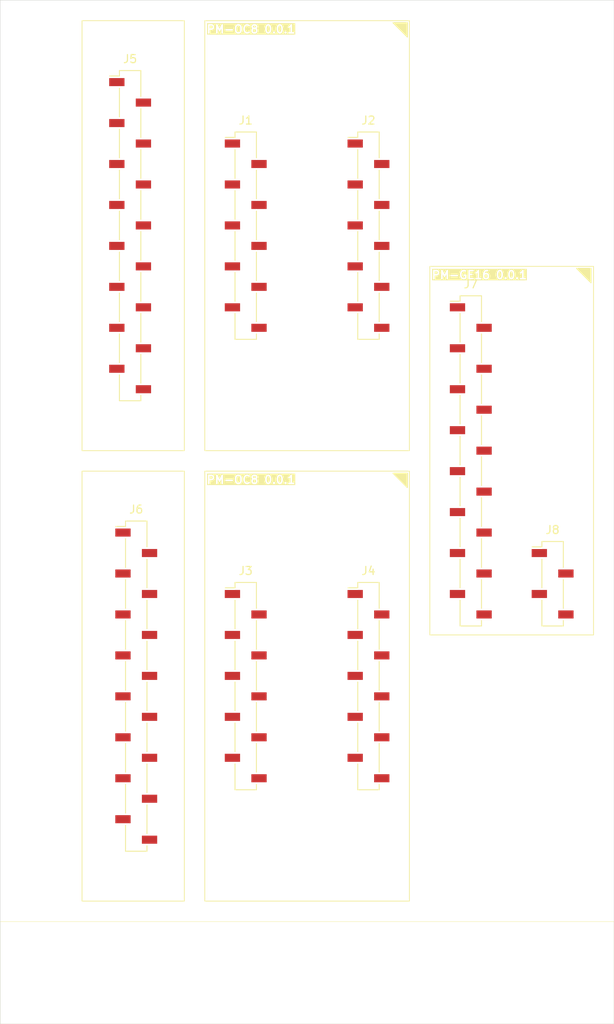
<source format=kicad_pcb>
(kicad_pcb (version 20240108) (generator "pcbnew") (generator_version "8.0")
  (layers (0 "F.Cu" signal) (31 "B.Cu" signal) (34 "B.Paste" user) (35 "F.Paste" user) (36 "B.SilkS" user "B.Silkscreen") (37 "F.SilkS" user "F.Silkscreen") (38 "B.Mask" user) (39 "F.Mask" user) (44 "Edge.Cuts" user))
  (net 0 "")
  (net 9 "Net-(J1-Pin_2)")
  (net 10 "Net-(J1-Pin_7)")
  (net 11 "Net-(J1-Pin_4)")
  (net 12 "Net-(J1-Pin_3)")
  (net 13 "Net-(J1-Pin_6)")
  (net 14 "Net-(J1-Pin_8)")
  (net 15 "Net-(J1-Pin_5)")
  (net 16 "Net-(J1-Pin_1)")
  (net 25 "Net-(J3-Pin_2)")
  (net 26 "Net-(J3-Pin_7)")
  (net 27 "Net-(J3-Pin_8)")
  (net 28 "Net-(J3-Pin_5)")
  (net 29 "Net-(J3-Pin_6)")
  (net 30 "Net-(J3-Pin_4)")
  (net 31 "Net-(J3-Pin_3)")
  (net 32 "Net-(J3-Pin_1)")
  (net 41 "Net-(J2-Pin_5)")
  (net 42 "Net-(J2-Pin_4)")
  (net 43 "Net-(J2-Pin_6)")
  (net 44 "Net-(J2-Pin_8)")
  (net 45 "Net-(J2-Pin_7)")
  (net 46 "Net-(J2-Pin_9)")
  (net 47 "Net-(J2-Pin_2)")
  (net 48 "Net-(J2-Pin_3)")
  (net 49 "Net-(J4-Pin_9)")
  (net 50 "Net-(J4-Pin_3)")
  (net 51 "Net-(J4-Pin_8)")
  (net 52 "Net-(J4-Pin_7)")
  (net 53 "Net-(J4-Pin_5)")
  (net 54 "Net-(J4-Pin_4)")
  (net 55 "Net-(J4-Pin_6)")
  (net 56 "Net-(J4-Pin_2)")
  (footprint "Connector_PinSocket_2.54mm:PinSocket_1x16_P2.54mm_Vertical_SMD_Pin1Left" (layer "F.Cu") (at 93.09 135.89)
    (property "Reference" "J6" (at 0 -21.92 0) (layer "F.SilkS"))
    (property "Value" "Conn_01x16_Socket")
    (fp_line (start -2.54 -19.81) (end -1.33 -19.81) (stroke (width 0.12)) (layer "F.SilkS"))
    (fp_line (start -1.33 -20.48) (end -1.33 -19.81) (stroke (width 0.12)) (layer "F.SilkS"))
    (fp_line (start -1.33 -20.48) (end 1.33 -20.48) (stroke (width 0.12)) (layer "F.SilkS"))
    (fp_line (start -1.33 -18.29) (end -1.33 -14.73) (stroke (width 0.12)) (layer "F.SilkS"))
    (fp_line (start -1.33 -13.21) (end -1.33 -9.65) (stroke (width 0.12)) (layer "F.SilkS"))
    (fp_line (start -1.33 -8.13) (end -1.33 -4.57) (stroke (width 0.12)) (layer "F.SilkS"))
    (fp_line (start -1.33 -3.05) (end -1.33 0.51) (stroke (width 0.12)) (layer "F.SilkS"))
    (fp_line (start -1.33 2.03) (end -1.33 5.59) (stroke (width 0.12)) (layer "F.SilkS"))
    (fp_line (start -1.33 7.11) (end -1.33 10.67) (stroke (width 0.12)) (layer "F.SilkS"))
    (fp_line (start -1.33 12.19) (end -1.33 15.75) (stroke (width 0.12)) (layer "F.SilkS"))
    (fp_line (start -1.33 17.27) (end -1.33 20.48) (stroke (width 0.12)) (layer "F.SilkS"))
    (fp_line (start -1.33 20.48) (end 1.33 20.48) (stroke (width 0.12)) (layer "F.SilkS"))
    (fp_line (start 1.33 -20.48) (end 1.33 -17.27) (stroke (width 0.12)) (layer "F.SilkS"))
    (fp_line (start 1.33 -15.75) (end 1.33 -12.19) (stroke (width 0.12)) (layer "F.SilkS"))
    (fp_line (start 1.33 -10.67) (end 1.33 -7.11) (stroke (width 0.12)) (layer "F.SilkS"))
    (fp_line (start 1.33 -5.59) (end 1.33 -2.03) (stroke (width 0.12)) (layer "F.SilkS"))
    (fp_line (start 1.33 -0.51) (end 1.33 3.05) (stroke (width 0.12)) (layer "F.SilkS"))
    (fp_line (start 1.33 4.57) (end 1.33 8.13) (stroke (width 0.12)) (layer "F.SilkS"))
    (fp_line (start 1.33 9.65) (end 1.33 13.21) (stroke (width 0.12)) (layer "F.SilkS"))
    (fp_line (start 1.33 14.73) (end 1.33 18.29) (stroke (width 0.12)) (layer "F.SilkS"))
    (fp_line (start 1.33 19.81) (end 1.33 20.48) (stroke (width 0.12)) (layer "F.SilkS"))
    (pad "1" smd rect (at -1.65 -19.05) (size 1.9 1) (layers "F.Cu" "F.Paste" "F.Mask"))
    (pad "2" smd rect (at 1.65 -16.51) (size 1.9 1) (layers "F.Cu" "F.Paste" "F.Mask") (net 32 "Net-(J3-Pin_1)"))
    (pad "3" smd rect (at -1.65 -13.97) (size 1.9 1) (layers "F.Cu" "F.Paste" "F.Mask"))
    (pad "4" smd rect (at 1.65 -11.43) (size 1.9 1) (layers "F.Cu" "F.Paste" "F.Mask") (net 25 "Net-(J3-Pin_2)"))
    (pad "5" smd rect (at -1.65 -8.89) (size 1.9 1) (layers "F.Cu" "F.Paste" "F.Mask"))
    (pad "6" smd rect (at 1.65 -6.35) (size 1.9 1) (layers "F.Cu" "F.Paste" "F.Mask") (net 31 "Net-(J3-Pin_3)"))
    (pad "7" smd rect (at -1.65 -3.81) (size 1.9 1) (layers "F.Cu" "F.Paste" "F.Mask"))
    (pad "8" smd rect (at 1.65 -1.27) (size 1.9 1) (layers "F.Cu" "F.Paste" "F.Mask") (net 30 "Net-(J3-Pin_4)"))
    (pad "9" smd rect (at -1.65 1.27) (size 1.9 1) (layers "F.Cu" "F.Paste" "F.Mask"))
    (pad "10" smd rect (at 1.65 3.81) (size 1.9 1) (layers "F.Cu" "F.Paste" "F.Mask") (net 28 "Net-(J3-Pin_5)"))
    (pad "11" smd rect (at -1.65 6.35) (size 1.9 1) (layers "F.Cu" "F.Paste" "F.Mask"))
    (pad "12" smd rect (at 1.65 8.89) (size 1.9 1) (layers "F.Cu" "F.Paste" "F.Mask") (net 29 "Net-(J3-Pin_6)"))
    (pad "13" smd rect (at -1.65 11.43) (size 1.9 1) (layers "F.Cu" "F.Paste" "F.Mask"))
    (pad "14" smd rect (at 1.65 13.97) (size 1.9 1) (layers "F.Cu" "F.Paste" "F.Mask") (net 26 "Net-(J3-Pin_7)"))
    (pad "15" smd rect (at -1.65 16.51) (size 1.9 1) (layers "F.Cu" "F.Paste" "F.Mask"))
    (pad "16" smd rect (at 1.65 19.05) (size 1.9 1) (layers "F.Cu" "F.Paste" "F.Mask") (net 27 "Net-(J3-Pin_8)"))
  )
  (footprint "Connector_PinSocket_2.54mm:PinSocket_1x16_P2.54mm_Vertical_SMD_Pin1Left" (layer "F.Cu") (at 134.62 107.95)
    (property "Reference" "J7" (at 0 -21.92 0) (layer "F.SilkS"))
    (property "Value" "Conn_01x16_Socket")
    (fp_line (start -2.54 -19.81) (end -1.33 -19.81) (stroke (width 0.12)) (layer "F.SilkS"))
    (fp_line (start -1.33 -20.48) (end -1.33 -19.81) (stroke (width 0.12)) (layer "F.SilkS"))
    (fp_line (start -1.33 -20.48) (end 1.33 -20.48) (stroke (width 0.12)) (layer "F.SilkS"))
    (fp_line (start -1.33 -18.29) (end -1.33 -14.73) (stroke (width 0.12)) (layer "F.SilkS"))
    (fp_line (start -1.33 -13.21) (end -1.33 -9.65) (stroke (width 0.12)) (layer "F.SilkS"))
    (fp_line (start -1.33 -8.13) (end -1.33 -4.57) (stroke (width 0.12)) (layer "F.SilkS"))
    (fp_line (start -1.33 -3.05) (end -1.33 0.51) (stroke (width 0.12)) (layer "F.SilkS"))
    (fp_line (start -1.33 2.03) (end -1.33 5.59) (stroke (width 0.12)) (layer "F.SilkS"))
    (fp_line (start -1.33 7.11) (end -1.33 10.67) (stroke (width 0.12)) (layer "F.SilkS"))
    (fp_line (start -1.33 12.19) (end -1.33 15.75) (stroke (width 0.12)) (layer "F.SilkS"))
    (fp_line (start -1.33 17.27) (end -1.33 20.48) (stroke (width 0.12)) (layer "F.SilkS"))
    (fp_line (start -1.33 20.48) (end 1.33 20.48) (stroke (width 0.12)) (layer "F.SilkS"))
    (fp_line (start 1.33 -20.48) (end 1.33 -17.27) (stroke (width 0.12)) (layer "F.SilkS"))
    (fp_line (start 1.33 -15.75) (end 1.33 -12.19) (stroke (width 0.12)) (layer "F.SilkS"))
    (fp_line (start 1.33 -10.67) (end 1.33 -7.11) (stroke (width 0.12)) (layer "F.SilkS"))
    (fp_line (start 1.33 -5.59) (end 1.33 -2.03) (stroke (width 0.12)) (layer "F.SilkS"))
    (fp_line (start 1.33 -0.51) (end 1.33 3.05) (stroke (width 0.12)) (layer "F.SilkS"))
    (fp_line (start 1.33 4.57) (end 1.33 8.13) (stroke (width 0.12)) (layer "F.SilkS"))
    (fp_line (start 1.33 9.65) (end 1.33 13.21) (stroke (width 0.12)) (layer "F.SilkS"))
    (fp_line (start 1.33 14.73) (end 1.33 18.29) (stroke (width 0.12)) (layer "F.SilkS"))
    (fp_line (start 1.33 19.81) (end 1.33 20.48) (stroke (width 0.12)) (layer "F.SilkS"))
    (pad "1" smd rect (at -1.65 -19.05) (size 1.9 1) (layers "F.Cu" "F.Paste" "F.Mask") (net 47 "Net-(J2-Pin_2)"))
    (pad "2" smd rect (at 1.65 -16.51) (size 1.9 1) (layers "F.Cu" "F.Paste" "F.Mask") (net 48 "Net-(J2-Pin_3)"))
    (pad "3" smd rect (at -1.65 -13.97) (size 1.9 1) (layers "F.Cu" "F.Paste" "F.Mask") (net 42 "Net-(J2-Pin_4)"))
    (pad "4" smd rect (at 1.65 -11.43) (size 1.9 1) (layers "F.Cu" "F.Paste" "F.Mask") (net 41 "Net-(J2-Pin_5)"))
    (pad "5" smd rect (at -1.65 -8.89) (size 1.9 1) (layers "F.Cu" "F.Paste" "F.Mask") (net 43 "Net-(J2-Pin_6)"))
    (pad "6" smd rect (at 1.65 -6.35) (size 1.9 1) (layers "F.Cu" "F.Paste" "F.Mask") (net 45 "Net-(J2-Pin_7)"))
    (pad "7" smd rect (at -1.65 -3.81) (size 1.9 1) (layers "F.Cu" "F.Paste" "F.Mask") (net 44 "Net-(J2-Pin_8)"))
    (pad "8" smd rect (at 1.65 -1.27) (size 1.9 1) (layers "F.Cu" "F.Paste" "F.Mask") (net 46 "Net-(J2-Pin_9)"))
    (pad "9" smd rect (at -1.65 1.27) (size 1.9 1) (layers "F.Cu" "F.Paste" "F.Mask") (net 56 "Net-(J4-Pin_2)"))
    (pad "10" smd rect (at 1.65 3.81) (size 1.9 1) (layers "F.Cu" "F.Paste" "F.Mask") (net 50 "Net-(J4-Pin_3)"))
    (pad "11" smd rect (at -1.65 6.35) (size 1.9 1) (layers "F.Cu" "F.Paste" "F.Mask") (net 54 "Net-(J4-Pin_4)"))
    (pad "12" smd rect (at 1.65 8.89) (size 1.9 1) (layers "F.Cu" "F.Paste" "F.Mask") (net 53 "Net-(J4-Pin_5)"))
    (pad "13" smd rect (at -1.65 11.43) (size 1.9 1) (layers "F.Cu" "F.Paste" "F.Mask") (net 55 "Net-(J4-Pin_6)"))
    (pad "14" smd rect (at 1.65 13.97) (size 1.9 1) (layers "F.Cu" "F.Paste" "F.Mask") (net 52 "Net-(J4-Pin_7)"))
    (pad "15" smd rect (at -1.65 16.51) (size 1.9 1) (layers "F.Cu" "F.Paste" "F.Mask") (net 51 "Net-(J4-Pin_8)"))
    (pad "16" smd rect (at 1.65 19.05) (size 1.9 1) (layers "F.Cu" "F.Paste" "F.Mask") (net 49 "Net-(J4-Pin_9)"))
  )
  (footprint "Connector_PinSocket_2.54mm:PinSocket_1x10_P2.54mm_Vertical_SMD_Pin1Left" (layer "F.Cu") (at 106.68 135.89)
    (property "Reference" "J3" (at 0 -14.3 0) (layer "F.SilkS"))
    (property "Value" "Conn_01x10_Socket")
    (fp_line (start -2.54 -12.19) (end -1.33 -12.19) (stroke (width 0.12)) (layer "F.SilkS"))
    (fp_line (start -1.33 -12.86) (end -1.33 -12.19) (stroke (width 0.12)) (layer "F.SilkS"))
    (fp_line (start -1.33 -12.86) (end 1.33 -12.86) (stroke (width 0.12)) (layer "F.SilkS"))
    (fp_line (start -1.33 -10.67) (end -1.33 -7.11) (stroke (width 0.12)) (layer "F.SilkS"))
    (fp_line (start -1.33 -5.59) (end -1.33 -2.03) (stroke (width 0.12)) (layer "F.SilkS"))
    (fp_line (start -1.33 -0.51) (end -1.33 3.05) (stroke (width 0.12)) (layer "F.SilkS"))
    (fp_line (start -1.33 4.57) (end -1.33 8.13) (stroke (width 0.12)) (layer "F.SilkS"))
    (fp_line (start -1.33 9.65) (end -1.33 12.86) (stroke (width 0.12)) (layer "F.SilkS"))
    (fp_line (start -1.33 12.86) (end 1.33 12.86) (stroke (width 0.12)) (layer "F.SilkS"))
    (fp_line (start 1.33 -12.86) (end 1.33 -9.65) (stroke (width 0.12)) (layer "F.SilkS"))
    (fp_line (start 1.33 -8.13) (end 1.33 -4.57) (stroke (width 0.12)) (layer "F.SilkS"))
    (fp_line (start 1.33 -3.05) (end 1.33 0.51) (stroke (width 0.12)) (layer "F.SilkS"))
    (fp_line (start 1.33 2.03) (end 1.33 5.59) (stroke (width 0.12)) (layer "F.SilkS"))
    (fp_line (start 1.33 7.11) (end 1.33 10.67) (stroke (width 0.12)) (layer "F.SilkS"))
    (fp_line (start 1.33 12.19) (end 1.33 12.86) (stroke (width 0.12)) (layer "F.SilkS"))
    (pad "1" smd rect (at -1.65 -11.43) (size 1.9 1) (layers "F.Cu" "F.Paste" "F.Mask") (net 32 "Net-(J3-Pin_1)"))
    (pad "2" smd rect (at 1.65 -8.89) (size 1.9 1) (layers "F.Cu" "F.Paste" "F.Mask") (net 25 "Net-(J3-Pin_2)"))
    (pad "3" smd rect (at -1.65 -6.35) (size 1.9 1) (layers "F.Cu" "F.Paste" "F.Mask") (net 31 "Net-(J3-Pin_3)"))
    (pad "4" smd rect (at 1.65 -3.81) (size 1.9 1) (layers "F.Cu" "F.Paste" "F.Mask") (net 30 "Net-(J3-Pin_4)"))
    (pad "5" smd rect (at -1.65 -1.27) (size 1.9 1) (layers "F.Cu" "F.Paste" "F.Mask") (net 28 "Net-(J3-Pin_5)"))
    (pad "6" smd rect (at 1.65 1.27) (size 1.9 1) (layers "F.Cu" "F.Paste" "F.Mask") (net 29 "Net-(J3-Pin_6)"))
    (pad "7" smd rect (at -1.65 3.81) (size 1.9 1) (layers "F.Cu" "F.Paste" "F.Mask") (net 26 "Net-(J3-Pin_7)"))
    (pad "8" smd rect (at 1.65 6.35) (size 1.9 1) (layers "F.Cu" "F.Paste" "F.Mask") (net 27 "Net-(J3-Pin_8)"))
    (pad "9" smd rect (at -1.65 8.89) (size 1.9 1) (layers "F.Cu" "F.Paste" "F.Mask"))
    (pad "10" smd rect (at 1.65 11.43) (size 1.9 1) (layers "F.Cu" "F.Paste" "F.Mask"))
  )
  (footprint "Connector_PinSocket_2.54mm:PinSocket_1x10_P2.54mm_Vertical_SMD_Pin1Left" (layer "F.Cu") (at 121.92 80.01)
    (property "Reference" "J2" (at 0 -14.3 0) (layer "F.SilkS"))
    (property "Value" "Conn_01x10_Socket")
    (fp_line (start -2.54 -12.19) (end -1.33 -12.19) (stroke (width 0.12)) (layer "F.SilkS"))
    (fp_line (start -1.33 -12.86) (end -1.33 -12.19) (stroke (width 0.12)) (layer "F.SilkS"))
    (fp_line (start -1.33 -12.86) (end 1.33 -12.86) (stroke (width 0.12)) (layer "F.SilkS"))
    (fp_line (start -1.33 -10.67) (end -1.33 -7.11) (stroke (width 0.12)) (layer "F.SilkS"))
    (fp_line (start -1.33 -5.59) (end -1.33 -2.03) (stroke (width 0.12)) (layer "F.SilkS"))
    (fp_line (start -1.33 -0.51) (end -1.33 3.05) (stroke (width 0.12)) (layer "F.SilkS"))
    (fp_line (start -1.33 4.57) (end -1.33 8.13) (stroke (width 0.12)) (layer "F.SilkS"))
    (fp_line (start -1.33 9.65) (end -1.33 12.86) (stroke (width 0.12)) (layer "F.SilkS"))
    (fp_line (start -1.33 12.86) (end 1.33 12.86) (stroke (width 0.12)) (layer "F.SilkS"))
    (fp_line (start 1.33 -12.86) (end 1.33 -9.65) (stroke (width 0.12)) (layer "F.SilkS"))
    (fp_line (start 1.33 -8.13) (end 1.33 -4.57) (stroke (width 0.12)) (layer "F.SilkS"))
    (fp_line (start 1.33 -3.05) (end 1.33 0.51) (stroke (width 0.12)) (layer "F.SilkS"))
    (fp_line (start 1.33 2.03) (end 1.33 5.59) (stroke (width 0.12)) (layer "F.SilkS"))
    (fp_line (start 1.33 7.11) (end 1.33 10.67) (stroke (width 0.12)) (layer "F.SilkS"))
    (fp_line (start 1.33 12.19) (end 1.33 12.86) (stroke (width 0.12)) (layer "F.SilkS"))
    (pad "1" smd rect (at -1.65 -11.43) (size 1.9 1) (layers "F.Cu" "F.Paste" "F.Mask"))
    (pad "2" smd rect (at 1.65 -8.89) (size 1.9 1) (layers "F.Cu" "F.Paste" "F.Mask") (net 47 "Net-(J2-Pin_2)"))
    (pad "3" smd rect (at -1.65 -6.35) (size 1.9 1) (layers "F.Cu" "F.Paste" "F.Mask") (net 48 "Net-(J2-Pin_3)"))
    (pad "4" smd rect (at 1.65 -3.81) (size 1.9 1) (layers "F.Cu" "F.Paste" "F.Mask") (net 42 "Net-(J2-Pin_4)"))
    (pad "5" smd rect (at -1.65 -1.27) (size 1.9 1) (layers "F.Cu" "F.Paste" "F.Mask") (net 41 "Net-(J2-Pin_5)"))
    (pad "6" smd rect (at 1.65 1.27) (size 1.9 1) (layers "F.Cu" "F.Paste" "F.Mask") (net 43 "Net-(J2-Pin_6)"))
    (pad "7" smd rect (at -1.65 3.81) (size 1.9 1) (layers "F.Cu" "F.Paste" "F.Mask") (net 45 "Net-(J2-Pin_7)"))
    (pad "8" smd rect (at 1.65 6.35) (size 1.9 1) (layers "F.Cu" "F.Paste" "F.Mask") (net 44 "Net-(J2-Pin_8)"))
    (pad "9" smd rect (at -1.65 8.89) (size 1.9 1) (layers "F.Cu" "F.Paste" "F.Mask") (net 46 "Net-(J2-Pin_9)"))
    (pad "10" smd rect (at 1.65 11.43) (size 1.9 1) (layers "F.Cu" "F.Paste" "F.Mask"))
  )
  (footprint "Connector_PinSocket_2.54mm:PinSocket_1x10_P2.54mm_Vertical_SMD_Pin1Left" (layer "F.Cu") (at 106.68 80.01)
    (property "Reference" "J1" (at 0 -14.3 0) (layer "F.SilkS"))
    (property "Value" "Conn_01x10_Socket")
    (fp_line (start -2.54 -12.19) (end -1.33 -12.19) (stroke (width 0.12)) (layer "F.SilkS"))
    (fp_line (start -1.33 -12.86) (end -1.33 -12.19) (stroke (width 0.12)) (layer "F.SilkS"))
    (fp_line (start -1.33 -12.86) (end 1.33 -12.86) (stroke (width 0.12)) (layer "F.SilkS"))
    (fp_line (start -1.33 -10.67) (end -1.33 -7.11) (stroke (width 0.12)) (layer "F.SilkS"))
    (fp_line (start -1.33 -5.59) (end -1.33 -2.03) (stroke (width 0.12)) (layer "F.SilkS"))
    (fp_line (start -1.33 -0.51) (end -1.33 3.05) (stroke (width 0.12)) (layer "F.SilkS"))
    (fp_line (start -1.33 4.57) (end -1.33 8.13) (stroke (width 0.12)) (layer "F.SilkS"))
    (fp_line (start -1.33 9.65) (end -1.33 12.86) (stroke (width 0.12)) (layer "F.SilkS"))
    (fp_line (start -1.33 12.86) (end 1.33 12.86) (stroke (width 0.12)) (layer "F.SilkS"))
    (fp_line (start 1.33 -12.86) (end 1.33 -9.65) (stroke (width 0.12)) (layer "F.SilkS"))
    (fp_line (start 1.33 -8.13) (end 1.33 -4.57) (stroke (width 0.12)) (layer "F.SilkS"))
    (fp_line (start 1.33 -3.05) (end 1.33 0.51) (stroke (width 0.12)) (layer "F.SilkS"))
    (fp_line (start 1.33 2.03) (end 1.33 5.59) (stroke (width 0.12)) (layer "F.SilkS"))
    (fp_line (start 1.33 7.11) (end 1.33 10.67) (stroke (width 0.12)) (layer "F.SilkS"))
    (fp_line (start 1.33 12.19) (end 1.33 12.86) (stroke (width 0.12)) (layer "F.SilkS"))
    (pad "1" smd rect (at -1.65 -11.43) (size 1.9 1) (layers "F.Cu" "F.Paste" "F.Mask") (net 16 "Net-(J1-Pin_1)"))
    (pad "2" smd rect (at 1.65 -8.89) (size 1.9 1) (layers "F.Cu" "F.Paste" "F.Mask") (net 9 "Net-(J1-Pin_2)"))
    (pad "3" smd rect (at -1.65 -6.35) (size 1.9 1) (layers "F.Cu" "F.Paste" "F.Mask") (net 12 "Net-(J1-Pin_3)"))
    (pad "4" smd rect (at 1.65 -3.81) (size 1.9 1) (layers "F.Cu" "F.Paste" "F.Mask") (net 11 "Net-(J1-Pin_4)"))
    (pad "5" smd rect (at -1.65 -1.27) (size 1.9 1) (layers "F.Cu" "F.Paste" "F.Mask") (net 15 "Net-(J1-Pin_5)"))
    (pad "6" smd rect (at 1.65 1.27) (size 1.9 1) (layers "F.Cu" "F.Paste" "F.Mask") (net 13 "Net-(J1-Pin_6)"))
    (pad "7" smd rect (at -1.65 3.81) (size 1.9 1) (layers "F.Cu" "F.Paste" "F.Mask") (net 10 "Net-(J1-Pin_7)"))
    (pad "8" smd rect (at 1.65 6.35) (size 1.9 1) (layers "F.Cu" "F.Paste" "F.Mask") (net 14 "Net-(J1-Pin_8)"))
    (pad "9" smd rect (at -1.65 8.89) (size 1.9 1) (layers "F.Cu" "F.Paste" "F.Mask"))
    (pad "10" smd rect (at 1.65 11.43) (size 1.9 1) (layers "F.Cu" "F.Paste" "F.Mask"))
  )
  (footprint "Connector_PinSocket_2.54mm:PinSocket_1x04_P2.54mm_Vertical_SMD_Pin1Left" (layer "F.Cu") (at 144.78 123.19)
    (property "Reference" "J8" (at 0 -6.68 0) (layer "F.SilkS"))
    (property "Value" "Conn_01x04_Socket")
    (fp_line (start -2.54 -4.57) (end -1.33 -4.57) (stroke (width 0.12)) (layer "F.SilkS"))
    (fp_line (start -1.33 -5.24) (end -1.33 -4.57) (stroke (width 0.12)) (layer "F.SilkS"))
    (fp_line (start -1.33 -5.24) (end 1.33 -5.24) (stroke (width 0.12)) (layer "F.SilkS"))
    (fp_line (start -1.33 -3.05) (end -1.33 0.51) (stroke (width 0.12)) (layer "F.SilkS"))
    (fp_line (start -1.33 2.03) (end -1.33 5.24) (stroke (width 0.12)) (layer "F.SilkS"))
    (fp_line (start -1.33 5.24) (end 1.33 5.24) (stroke (width 0.12)) (layer "F.SilkS"))
    (fp_line (start 1.33 -5.24) (end 1.33 -2.03) (stroke (width 0.12)) (layer "F.SilkS"))
    (fp_line (start 1.33 -0.51) (end 1.33 3.05) (stroke (width 0.12)) (layer "F.SilkS"))
    (fp_line (start 1.33 4.57) (end 1.33 5.24) (stroke (width 0.12)) (layer "F.SilkS"))
    (pad "1" smd rect (at -1.65 -3.81) (size 1.9 1) (layers "F.Cu" "F.Paste" "F.Mask"))
    (pad "2" smd rect (at 1.65 -1.27) (size 1.9 1) (layers "F.Cu" "F.Paste" "F.Mask"))
    (pad "3" smd rect (at -1.65 1.27) (size 1.9 1) (layers "F.Cu" "F.Paste" "F.Mask"))
    (pad "4" smd rect (at 1.65 3.81) (size 1.9 1) (layers "F.Cu" "F.Paste" "F.Mask"))
  )
  (footprint "Connector_PinSocket_2.54mm:PinSocket_1x16_P2.54mm_Vertical_SMD_Pin1Left" (layer "F.Cu") (at 92.33 80.01)
    (property "Reference" "J5" (at 0 -21.92 0) (layer "F.SilkS"))
    (property "Value" "Conn_01x16_Socket")
    (fp_line (start -2.54 -19.81) (end -1.33 -19.81) (stroke (width 0.12)) (layer "F.SilkS"))
    (fp_line (start -1.33 -20.48) (end -1.33 -19.81) (stroke (width 0.12)) (layer "F.SilkS"))
    (fp_line (start -1.33 -20.48) (end 1.33 -20.48) (stroke (width 0.12)) (layer "F.SilkS"))
    (fp_line (start -1.33 -18.29) (end -1.33 -14.73) (stroke (width 0.12)) (layer "F.SilkS"))
    (fp_line (start -1.33 -13.21) (end -1.33 -9.65) (stroke (width 0.12)) (layer "F.SilkS"))
    (fp_line (start -1.33 -8.13) (end -1.33 -4.57) (stroke (width 0.12)) (layer "F.SilkS"))
    (fp_line (start -1.33 -3.05) (end -1.33 0.51) (stroke (width 0.12)) (layer "F.SilkS"))
    (fp_line (start -1.33 2.03) (end -1.33 5.59) (stroke (width 0.12)) (layer "F.SilkS"))
    (fp_line (start -1.33 7.11) (end -1.33 10.67) (stroke (width 0.12)) (layer "F.SilkS"))
    (fp_line (start -1.33 12.19) (end -1.33 15.75) (stroke (width 0.12)) (layer "F.SilkS"))
    (fp_line (start -1.33 17.27) (end -1.33 20.48) (stroke (width 0.12)) (layer "F.SilkS"))
    (fp_line (start -1.33 20.48) (end 1.33 20.48) (stroke (width 0.12)) (layer "F.SilkS"))
    (fp_line (start 1.33 -20.48) (end 1.33 -17.27) (stroke (width 0.12)) (layer "F.SilkS"))
    (fp_line (start 1.33 -15.75) (end 1.33 -12.19) (stroke (width 0.12)) (layer "F.SilkS"))
    (fp_line (start 1.33 -10.67) (end 1.33 -7.11) (stroke (width 0.12)) (layer "F.SilkS"))
    (fp_line (start 1.33 -5.59) (end 1.33 -2.03) (stroke (width 0.12)) (layer "F.SilkS"))
    (fp_line (start 1.33 -0.51) (end 1.33 3.05) (stroke (width 0.12)) (layer "F.SilkS"))
    (fp_line (start 1.33 4.57) (end 1.33 8.13) (stroke (width 0.12)) (layer "F.SilkS"))
    (fp_line (start 1.33 9.65) (end 1.33 13.21) (stroke (width 0.12)) (layer "F.SilkS"))
    (fp_line (start 1.33 14.73) (end 1.33 18.29) (stroke (width 0.12)) (layer "F.SilkS"))
    (fp_line (start 1.33 19.81) (end 1.33 20.48) (stroke (width 0.12)) (layer "F.SilkS"))
    (pad "1" smd rect (at -1.65 -19.05) (size 1.9 1) (layers "F.Cu" "F.Paste" "F.Mask"))
    (pad "2" smd rect (at 1.65 -16.51) (size 1.9 1) (layers "F.Cu" "F.Paste" "F.Mask") (net 16 "Net-(J1-Pin_1)"))
    (pad "3" smd rect (at -1.65 -13.97) (size 1.9 1) (layers "F.Cu" "F.Paste" "F.Mask"))
    (pad "4" smd rect (at 1.65 -11.43) (size 1.9 1) (layers "F.Cu" "F.Paste" "F.Mask") (net 9 "Net-(J1-Pin_2)"))
    (pad "5" smd rect (at -1.65 -8.89) (size 1.9 1) (layers "F.Cu" "F.Paste" "F.Mask"))
    (pad "6" smd rect (at 1.65 -6.35) (size 1.9 1) (layers "F.Cu" "F.Paste" "F.Mask") (net 12 "Net-(J1-Pin_3)"))
    (pad "7" smd rect (at -1.65 -3.81) (size 1.9 1) (layers "F.Cu" "F.Paste" "F.Mask"))
    (pad "8" smd rect (at 1.65 -1.27) (size 1.9 1) (layers "F.Cu" "F.Paste" "F.Mask") (net 11 "Net-(J1-Pin_4)"))
    (pad "9" smd rect (at -1.65 1.27) (size 1.9 1) (layers "F.Cu" "F.Paste" "F.Mask"))
    (pad "10" smd rect (at 1.65 3.81) (size 1.9 1) (layers "F.Cu" "F.Paste" "F.Mask") (net 15 "Net-(J1-Pin_5)"))
    (pad "11" smd rect (at -1.65 6.35) (size 1.9 1) (layers "F.Cu" "F.Paste" "F.Mask"))
    (pad "12" smd rect (at 1.65 8.89) (size 1.9 1) (layers "F.Cu" "F.Paste" "F.Mask") (net 13 "Net-(J1-Pin_6)"))
    (pad "13" smd rect (at -1.65 11.43) (size 1.9 1) (layers "F.Cu" "F.Paste" "F.Mask"))
    (pad "14" smd rect (at 1.65 13.97) (size 1.9 1) (layers "F.Cu" "F.Paste" "F.Mask") (net 10 "Net-(J1-Pin_7)"))
    (pad "15" smd rect (at -1.65 16.51) (size 1.9 1) (layers "F.Cu" "F.Paste" "F.Mask"))
    (pad "16" smd rect (at 1.65 19.05) (size 1.9 1) (layers "F.Cu" "F.Paste" "F.Mask") (net 14 "Net-(J1-Pin_8)"))
  )
  (footprint "Connector_PinSocket_2.54mm:PinSocket_1x10_P2.54mm_Vertical_SMD_Pin1Left" (layer "F.Cu") (at 121.92 135.89)
    (property "Reference" "J4" (at 0 -14.3 0) (layer "F.SilkS"))
    (property "Value" "Conn_01x10_Socket")
    (fp_line (start -2.54 -12.19) (end -1.33 -12.19) (stroke (width 0.12)) (layer "F.SilkS"))
    (fp_line (start -1.33 -12.86) (end -1.33 -12.19) (stroke (width 0.12)) (layer "F.SilkS"))
    (fp_line (start -1.33 -12.86) (end 1.33 -12.86) (stroke (width 0.12)) (layer "F.SilkS"))
    (fp_line (start -1.33 -10.67) (end -1.33 -7.11) (stroke (width 0.12)) (layer "F.SilkS"))
    (fp_line (start -1.33 -5.59) (end -1.33 -2.03) (stroke (width 0.12)) (layer "F.SilkS"))
    (fp_line (start -1.33 -0.51) (end -1.33 3.05) (stroke (width 0.12)) (layer "F.SilkS"))
    (fp_line (start -1.33 4.57) (end -1.33 8.13) (stroke (width 0.12)) (layer "F.SilkS"))
    (fp_line (start -1.33 9.65) (end -1.33 12.86) (stroke (width 0.12)) (layer "F.SilkS"))
    (fp_line (start -1.33 12.86) (end 1.33 12.86) (stroke (width 0.12)) (layer "F.SilkS"))
    (fp_line (start 1.33 -12.86) (end 1.33 -9.65) (stroke (width 0.12)) (layer "F.SilkS"))
    (fp_line (start 1.33 -8.13) (end 1.33 -4.57) (stroke (width 0.12)) (layer "F.SilkS"))
    (fp_line (start 1.33 -3.05) (end 1.33 0.51) (stroke (width 0.12)) (layer "F.SilkS"))
    (fp_line (start 1.33 2.03) (end 1.33 5.59) (stroke (width 0.12)) (layer "F.SilkS"))
    (fp_line (start 1.33 7.11) (end 1.33 10.67) (stroke (width 0.12)) (layer "F.SilkS"))
    (fp_line (start 1.33 12.19) (end 1.33 12.86) (stroke (width 0.12)) (layer "F.SilkS"))
    (pad "1" smd rect (at -1.65 -11.43) (size 1.9 1) (layers "F.Cu" "F.Paste" "F.Mask"))
    (pad "2" smd rect (at 1.65 -8.89) (size 1.9 1) (layers "F.Cu" "F.Paste" "F.Mask") (net 56 "Net-(J4-Pin_2)"))
    (pad "3" smd rect (at -1.65 -6.35) (size 1.9 1) (layers "F.Cu" "F.Paste" "F.Mask") (net 50 "Net-(J4-Pin_3)"))
    (pad "4" smd rect (at 1.65 -3.81) (size 1.9 1) (layers "F.Cu" "F.Paste" "F.Mask") (net 54 "Net-(J4-Pin_4)"))
    (pad "5" smd rect (at -1.65 -1.27) (size 1.9 1) (layers "F.Cu" "F.Paste" "F.Mask") (net 53 "Net-(J4-Pin_5)"))
    (pad "6" smd rect (at 1.65 1.27) (size 1.9 1) (layers "F.Cu" "F.Paste" "F.Mask") (net 55 "Net-(J4-Pin_6)"))
    (pad "7" smd rect (at -1.65 3.81) (size 1.9 1) (layers "F.Cu" "F.Paste" "F.Mask") (net 52 "Net-(J4-Pin_7)"))
    (pad "8" smd rect (at 1.65 6.35) (size 1.9 1) (layers "F.Cu" "F.Paste" "F.Mask") (net 51 "Net-(J4-Pin_8)"))
    (pad "9" smd rect (at -1.65 8.89) (size 1.9 1) (layers "F.Cu" "F.Paste" "F.Mask") (net 49 "Net-(J4-Pin_9)"))
    (pad "10" smd rect (at 1.65 11.43) (size 1.9 1) (layers "F.Cu" "F.Paste" "F.Mask"))
  )
  (gr_rect (start 129.54 83.82) (end 149.86 129.54) (stroke (width 0.1)) (fill none) (layer "F.SilkS"))
  (gr_rect (start 86.36 53.34) (end 99.06 106.68) (stroke (width 0.1)) (fill none) (layer "F.SilkS"))
  (gr_poly (pts (xy 124.968 109.474) (xy 126.746 109.474) (xy 126.746 111.252)) (stroke (width 0.127)) (fill solid) (layer "F.SilkS"))
  (gr_poly (pts (xy 147.7645 84.074) (xy 149.5425 84.074) (xy 149.5425 85.852)) (stroke (width 0.127)) (fill solid) (layer "F.SilkS"))
  (gr_poly (pts (xy 124.968 53.594) (xy 126.746 53.594) (xy 126.746 55.372)) (stroke (width 0.127)) (fill solid) (layer "F.SilkS"))
  (gr_rect (start 101.6 109.22) (end 127 162.56) (stroke (width 0.1)) (fill none) (layer "F.SilkS"))
  (gr_rect (start 76.2 165.1) (end 152.4 177.8) (stroke (width 0.05)) (fill none) (layer "F.SilkS"))
  (gr_rect (start 86.36 109.22) (end 99.06 162.56) (stroke (width 0.1)) (fill none) (layer "F.SilkS"))
  (gr_rect (start 101.6 53.34) (end 127 106.68) (stroke (width 0.1)) (fill none) (layer "F.SilkS"))
  (gr_rect (start 76.2 50.8) (end 152.4 177.8) (stroke (width 0.05)) (fill none) (layer "Edge.Cuts"))
  (gr_text "PM-OC8 0.0.1" (at 101.727 54.991 0) (layer "F.SilkS" knockout) (effects (font (size 1 1) (thickness 0.2) (bold yes)) (justify left bottom)))
  (gr_text "PM-GE16 0.0.1" (at 129.667 85.471 0) (layer "F.SilkS" knockout) (effects (font (size 1 1) (thickness 0.2) (bold yes)) (justify left bottom)))
  (gr_text "PM-OC8 0.0.1" (at 101.727 110.871 0) (layer "F.SilkS" knockout) (effects (font (size 1 1) (thickness 0.2) (bold yes)) (justify left bottom)))
)
</source>
